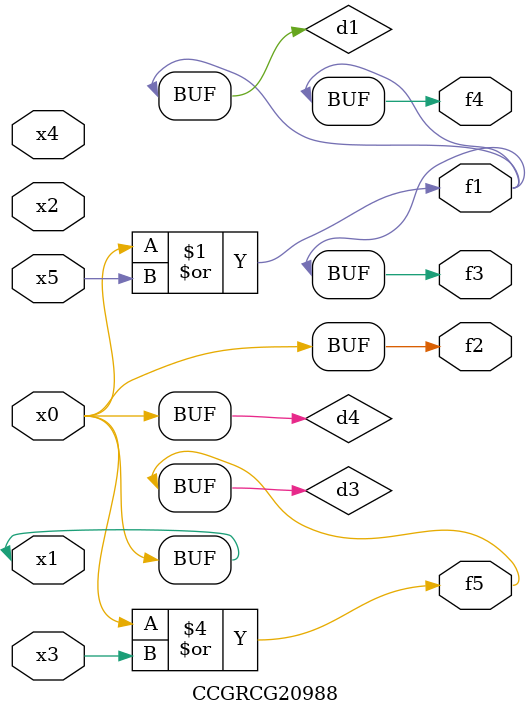
<source format=v>
module CCGRCG20988(
	input x0, x1, x2, x3, x4, x5,
	output f1, f2, f3, f4, f5
);

	wire d1, d2, d3, d4;

	or (d1, x0, x5);
	xnor (d2, x1, x4);
	or (d3, x0, x3);
	buf (d4, x0, x1);
	assign f1 = d1;
	assign f2 = d4;
	assign f3 = d1;
	assign f4 = d1;
	assign f5 = d3;
endmodule

</source>
